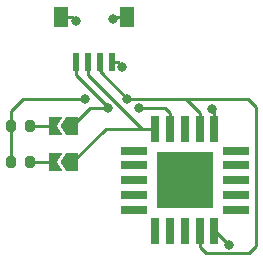
<source format=gbr>
%TF.GenerationSoftware,KiCad,Pcbnew,7.0.11-7.0.11~ubuntu22.04.1*%
%TF.CreationDate,2024-06-13T22:21:10+02:00*%
%TF.ProjectId,schneggi_sensor_kicad7,7363686e-6567-4676-995f-73656e736f72,rev?*%
%TF.SameCoordinates,Original*%
%TF.FileFunction,Copper,L1,Top*%
%TF.FilePolarity,Positive*%
%FSLAX46Y46*%
G04 Gerber Fmt 4.6, Leading zero omitted, Abs format (unit mm)*
G04 Created by KiCad (PCBNEW 7.0.11-7.0.11~ubuntu22.04.1) date 2024-06-13 22:21:10*
%MOMM*%
%LPD*%
G01*
G04 APERTURE LIST*
G04 Aperture macros list*
%AMRoundRect*
0 Rectangle with rounded corners*
0 $1 Rounding radius*
0 $2 $3 $4 $5 $6 $7 $8 $9 X,Y pos of 4 corners*
0 Add a 4 corners polygon primitive as box body*
4,1,4,$2,$3,$4,$5,$6,$7,$8,$9,$2,$3,0*
0 Add four circle primitives for the rounded corners*
1,1,$1+$1,$2,$3*
1,1,$1+$1,$4,$5*
1,1,$1+$1,$6,$7*
1,1,$1+$1,$8,$9*
0 Add four rect primitives between the rounded corners*
20,1,$1+$1,$2,$3,$4,$5,0*
20,1,$1+$1,$4,$5,$6,$7,0*
20,1,$1+$1,$6,$7,$8,$9,0*
20,1,$1+$1,$8,$9,$2,$3,0*%
%AMFreePoly0*
4,1,6,1.000000,0.000000,0.500000,-0.750000,-0.500000,-0.750000,-0.500000,0.750000,0.500000,0.750000,1.000000,0.000000,1.000000,0.000000,$1*%
%AMFreePoly1*
4,1,6,0.500000,-0.750000,-0.650000,-0.750000,-0.150000,0.000000,-0.650000,0.750000,0.500000,0.750000,0.500000,-0.750000,0.500000,-0.750000,$1*%
G04 Aperture macros list end*
%TA.AperFunction,SMDPad,CuDef*%
%ADD10RoundRect,0.200000X0.200000X0.275000X-0.200000X0.275000X-0.200000X-0.275000X0.200000X-0.275000X0*%
%TD*%
%TA.AperFunction,SMDPad,CuDef*%
%ADD11FreePoly0,180.000000*%
%TD*%
%TA.AperFunction,SMDPad,CuDef*%
%ADD12FreePoly1,180.000000*%
%TD*%
%TA.AperFunction,SMDPad,CuDef*%
%ADD13R,2.200000X0.800000*%
%TD*%
%TA.AperFunction,SMDPad,CuDef*%
%ADD14R,0.800000X2.200000*%
%TD*%
%TA.AperFunction,SMDPad,CuDef*%
%ADD15R,4.800000X4.800000*%
%TD*%
%TA.AperFunction,SMDPad,CuDef*%
%ADD16R,0.600000X1.550000*%
%TD*%
%TA.AperFunction,SMDPad,CuDef*%
%ADD17R,1.200000X1.800000*%
%TD*%
%TA.AperFunction,ViaPad*%
%ADD18C,0.800000*%
%TD*%
%TA.AperFunction,Conductor*%
%ADD19C,0.250000*%
%TD*%
G04 APERTURE END LIST*
D10*
%TO.P,R2,1*%
%TO.N,Net-(JP2-B)*%
X4425000Y-13500000D03*
%TO.P,R2,2*%
%TO.N,nRF_VDD*%
X2775000Y-13500000D03*
%TD*%
%TO.P,R1,1*%
%TO.N,Net-(JP1-B)*%
X4425000Y-10400000D03*
%TO.P,R1,2*%
%TO.N,nRF_VDD*%
X2775000Y-10400000D03*
%TD*%
D11*
%TO.P,JP2,1,A*%
%TO.N,SDA*%
X7950000Y-13500000D03*
D12*
%TO.P,JP2,2,B*%
%TO.N,Net-(JP2-B)*%
X6500000Y-13500000D03*
%TD*%
D13*
%TO.P,U1,1,DNC*%
%TO.N,unconnected-(U1-DNC-Pad1)*%
X21850000Y-17500000D03*
%TO.P,U1,2,DNC*%
%TO.N,unconnected-(U1-DNC-Pad2)*%
X21850000Y-16250000D03*
%TO.P,U1,3,DNC*%
%TO.N,unconnected-(U1-DNC-Pad3)*%
X21850000Y-15000000D03*
%TO.P,U1,4,DNC*%
%TO.N,unconnected-(U1-DNC-Pad4)*%
X21850000Y-13750000D03*
%TO.P,U1,5,DNC*%
%TO.N,unconnected-(U1-DNC-Pad5)*%
X21850000Y-12500000D03*
D14*
%TO.P,U1,6,GND*%
%TO.N,GND*%
X20000000Y-10650000D03*
%TO.P,U1,7,VDD*%
%TO.N,nRF_VDD*%
X18750000Y-10650000D03*
%TO.P,U1,8,DNC*%
%TO.N,unconnected-(U1-DNC-Pad8)*%
X17500000Y-10650000D03*
%TO.P,U1,9,SCL*%
%TO.N,SCL*%
X16250000Y-10650000D03*
%TO.P,U1,10,SDA*%
%TO.N,SDA*%
X15000000Y-10650000D03*
D13*
%TO.P,U1,11,DNC*%
%TO.N,unconnected-(U1-DNC-Pad11)*%
X13150000Y-12500000D03*
%TO.P,U1,12,DNC*%
%TO.N,unconnected-(U1-DNC-Pad12)*%
X13150000Y-13750000D03*
%TO.P,U1,13,DNC*%
%TO.N,unconnected-(U1-DNC-Pad13)*%
X13150000Y-15000000D03*
%TO.P,U1,14,DNC*%
%TO.N,unconnected-(U1-DNC-Pad14)*%
X13150000Y-16250000D03*
%TO.P,U1,15,DNC*%
%TO.N,unconnected-(U1-DNC-Pad15)*%
X13150000Y-17500000D03*
D14*
%TO.P,U1,16,DNC*%
%TO.N,unconnected-(U1-DNC-Pad16)*%
X15000000Y-19350000D03*
%TO.P,U1,17,DNC*%
%TO.N,unconnected-(U1-DNC-Pad17)*%
X16250000Y-19350000D03*
%TO.P,U1,18,DNC*%
%TO.N,unconnected-(U1-DNC-Pad18)*%
X17500000Y-19350000D03*
%TO.P,U1,19,VDDH*%
%TO.N,nRF_VDD*%
X18750000Y-19350000D03*
%TO.P,U1,20,GND*%
%TO.N,GND*%
X20000000Y-19350000D03*
D15*
%TO.P,U1,21,GND*%
X17500000Y-15000000D03*
%TD*%
D16*
%TO.P,CN2,1,1*%
%TO.N,GND*%
X11300000Y-5040000D03*
%TO.P,CN2,2,2*%
%TO.N,nRF_VDD*%
X10300000Y-5040000D03*
%TO.P,CN2,3,3*%
%TO.N,SDA*%
X9300000Y-5040000D03*
%TO.P,CN2,4,4*%
%TO.N,SCL*%
X8300000Y-5040000D03*
D17*
%TO.P,CN2,5,5*%
%TO.N,GND*%
X7000000Y-1160000D03*
%TO.P,CN2,6,6*%
X12600000Y-1160000D03*
%TD*%
D11*
%TO.P,JP1,1,A*%
%TO.N,SCL*%
X7925000Y-10400000D03*
D12*
%TO.P,JP1,2,B*%
%TO.N,Net-(JP1-B)*%
X6475000Y-10400000D03*
%TD*%
D18*
%TO.N,GND*%
X19400000Y-16800000D03*
X12200000Y-5400000D03*
X19800000Y-9000000D03*
X19400000Y-13100000D03*
X11400000Y-1400000D03*
X8300000Y-1500000D03*
X17500000Y-15000000D03*
X15700000Y-13100000D03*
X15700000Y-16700000D03*
X21200000Y-20475000D03*
%TO.N,SCL*%
X13600000Y-8900000D03*
X11000000Y-8900000D03*
%TO.N,nRF_VDD*%
X9000000Y-8100000D03*
X12635000Y-8100000D03*
%TD*%
D19*
%TO.N,nRF_VDD*%
X2775000Y-10400000D02*
X2775000Y-13500000D01*
X2775000Y-10400000D02*
X2775000Y-9125000D01*
X2775000Y-9125000D02*
X3800000Y-8100000D01*
X3800000Y-8100000D02*
X9000000Y-8100000D01*
%TO.N,GND*%
X7960000Y-1160000D02*
X8300000Y-1500000D01*
X12600000Y-1160000D02*
X11640000Y-1160000D01*
X7000000Y-1160000D02*
X7960000Y-1160000D01*
X20000000Y-19350000D02*
X20075000Y-19350000D01*
X20075000Y-19350000D02*
X21200000Y-20475000D01*
X11300000Y-5040000D02*
X11840000Y-5040000D01*
X20000000Y-10650000D02*
X20000000Y-9200000D01*
X20000000Y-9200000D02*
X19800000Y-9000000D01*
X11840000Y-5040000D02*
X12200000Y-5400000D01*
X11640000Y-1160000D02*
X11400000Y-1400000D01*
%TO.N,Net-(JP1-B)*%
X6475000Y-10400000D02*
X4110000Y-10400000D01*
%TO.N,Net-(JP2-B)*%
X6500000Y-13500000D02*
X4110000Y-13500000D01*
%TO.N,SCL*%
X11000000Y-8900000D02*
X11000000Y-8800000D01*
X11000000Y-8800000D02*
X8300000Y-6100000D01*
X7925000Y-10400000D02*
X9425000Y-8900000D01*
X16250000Y-10650000D02*
X16250000Y-9300000D01*
X16250000Y-9300000D02*
X15850000Y-8900000D01*
X15850000Y-8900000D02*
X13600000Y-8900000D01*
X9425000Y-8900000D02*
X11000000Y-8900000D01*
X8300000Y-6100000D02*
X8300000Y-5040000D01*
%TO.N,SDA*%
X10800000Y-10650000D02*
X13900000Y-10650000D01*
X13885000Y-10650000D02*
X9300000Y-6065000D01*
X7950000Y-13500000D02*
X10800000Y-10650000D01*
X15000000Y-10650000D02*
X13900000Y-10650000D01*
X9300000Y-6065000D02*
X9300000Y-5040000D01*
X13900000Y-10650000D02*
X13885000Y-10650000D01*
%TO.N,nRF_VDD*%
X17550000Y-8100000D02*
X12635000Y-8100000D01*
X22800000Y-8100000D02*
X17550000Y-8100000D01*
X18750000Y-20700000D02*
X19250000Y-21200000D01*
X22900000Y-21200000D02*
X23500000Y-20600000D01*
X18750000Y-10650000D02*
X18750000Y-9300000D01*
X18750000Y-19350000D02*
X18750000Y-20700000D01*
X10300000Y-5765000D02*
X10300000Y-5040000D01*
X18750000Y-9300000D02*
X17550000Y-8100000D01*
X12635000Y-8100000D02*
X10300000Y-5765000D01*
X23500000Y-20600000D02*
X23500000Y-8800000D01*
X19250000Y-21200000D02*
X22900000Y-21200000D01*
X23500000Y-8800000D02*
X22800000Y-8100000D01*
%TD*%
M02*

</source>
